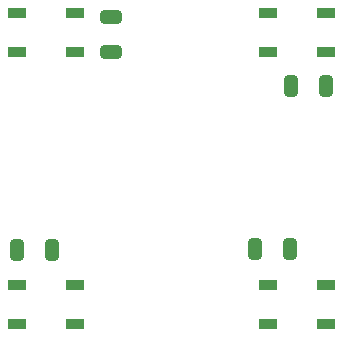
<source format=gbr>
%TF.GenerationSoftware,KiCad,Pcbnew,7.0.8*%
%TF.CreationDate,2023-11-30T14:41:35+01:00*%
%TF.ProjectId,Le_damier,4c655f64-616d-4696-9572-2e6b69636164,rev?*%
%TF.SameCoordinates,Original*%
%TF.FileFunction,Paste,Top*%
%TF.FilePolarity,Positive*%
%FSLAX46Y46*%
G04 Gerber Fmt 4.6, Leading zero omitted, Abs format (unit mm)*
G04 Created by KiCad (PCBNEW 7.0.8) date 2023-11-30 14:41:35*
%MOMM*%
%LPD*%
G01*
G04 APERTURE LIST*
G04 Aperture macros list*
%AMRoundRect*
0 Rectangle with rounded corners*
0 $1 Rounding radius*
0 $2 $3 $4 $5 $6 $7 $8 $9 X,Y pos of 4 corners*
0 Add a 4 corners polygon primitive as box body*
4,1,4,$2,$3,$4,$5,$6,$7,$8,$9,$2,$3,0*
0 Add four circle primitives for the rounded corners*
1,1,$1+$1,$2,$3*
1,1,$1+$1,$4,$5*
1,1,$1+$1,$6,$7*
1,1,$1+$1,$8,$9*
0 Add four rect primitives between the rounded corners*
20,1,$1+$1,$2,$3,$4,$5,0*
20,1,$1+$1,$4,$5,$6,$7,0*
20,1,$1+$1,$6,$7,$8,$9,0*
20,1,$1+$1,$8,$9,$2,$3,0*%
G04 Aperture macros list end*
%ADD10RoundRect,0.250000X0.650000X-0.325000X0.650000X0.325000X-0.650000X0.325000X-0.650000X-0.325000X0*%
%ADD11R,1.500000X0.900000*%
%ADD12RoundRect,0.250000X-0.325000X-0.650000X0.325000X-0.650000X0.325000X0.650000X-0.325000X0.650000X0*%
%ADD13RoundRect,0.250000X0.325000X0.650000X-0.325000X0.650000X-0.325000X-0.650000X0.325000X-0.650000X0*%
G04 APERTURE END LIST*
D10*
%TO.C,C1*%
X33010000Y-29120000D03*
X33010000Y-26170000D03*
%TD*%
D11*
%TO.C,D3*%
X25060000Y-48820000D03*
X25060000Y-52120000D03*
X29960000Y-52120000D03*
X29960000Y-48820000D03*
%TD*%
D12*
%TO.C,C3*%
X25060000Y-45920000D03*
X28010000Y-45920000D03*
%TD*%
D11*
%TO.C,D1*%
X29960000Y-29120000D03*
X29960000Y-25820000D03*
X25060000Y-25820000D03*
X25060000Y-29120000D03*
%TD*%
%TO.C,D4*%
X51210000Y-52120000D03*
X51210000Y-48820000D03*
X46310000Y-48820000D03*
X46310000Y-52120000D03*
%TD*%
D13*
%TO.C,C4*%
X48185000Y-45820000D03*
X45235000Y-45820000D03*
%TD*%
%TO.C,C2*%
X51210000Y-32020000D03*
X48260000Y-32020000D03*
%TD*%
D11*
%TO.C,D2*%
X51210000Y-29120000D03*
X51210000Y-25820000D03*
X46310000Y-25820000D03*
X46310000Y-29120000D03*
%TD*%
M02*

</source>
